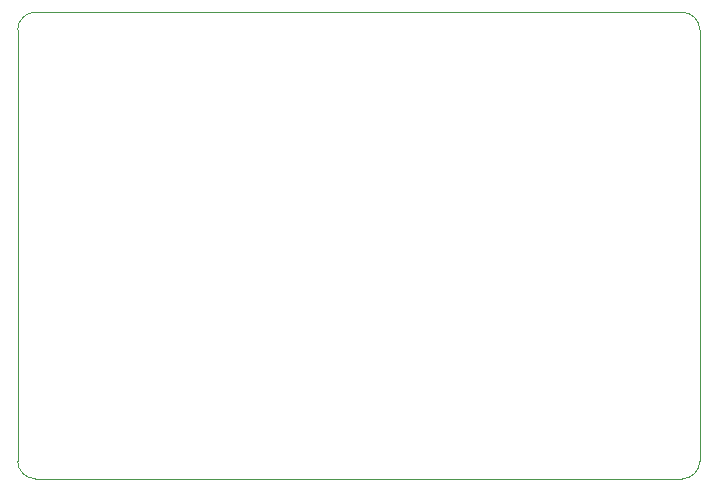
<source format=gbr>
%TF.GenerationSoftware,KiCad,Pcbnew,9.0.6+1*%
%TF.CreationDate,Date%
%TF.ProjectId,solar_smart_station,736f6c61-725f-4736-9d61-72745f737461,1.0.0*%
%TF.SameCoordinates,Original*%
%TF.FileFunction,Profile,NP*%
%FSLAX46Y46*%
G04 Gerber Fmt 4.6, Leading zero omitted, Abs format (unit mm)*
G04 Created by KiCad*
%MOMM*%
%LPD*%
G01*
G04 APERTURE LIST*
%TA.AperFunction,Profile*%
%ADD10C,0.100000*%
%TD*%
G04 APERTURE END LIST*
D10*
X29750000Y-147500000D02*
G75*
G02*
X31250000Y-146000000I1500000J0D01*
G01*
X29750000Y-147500000D02*
X29750000Y-184000000D01*
X31250000Y-185500000D02*
X86000000Y-185500000D01*
X86000000Y-146000000D02*
G75*
G02*
X87500000Y-147500000I0J-1500000D01*
G01*
X87500000Y-184000000D02*
G75*
G02*
X86000000Y-185500000I-1500000J0D01*
G01*
X87500000Y-184000000D02*
X87500000Y-147500000D01*
X31250000Y-185500000D02*
G75*
G02*
X29750000Y-184000000I0J1500000D01*
G01*
X86000000Y-146000000D02*
X31250000Y-146000000D01*
M02*

</source>
